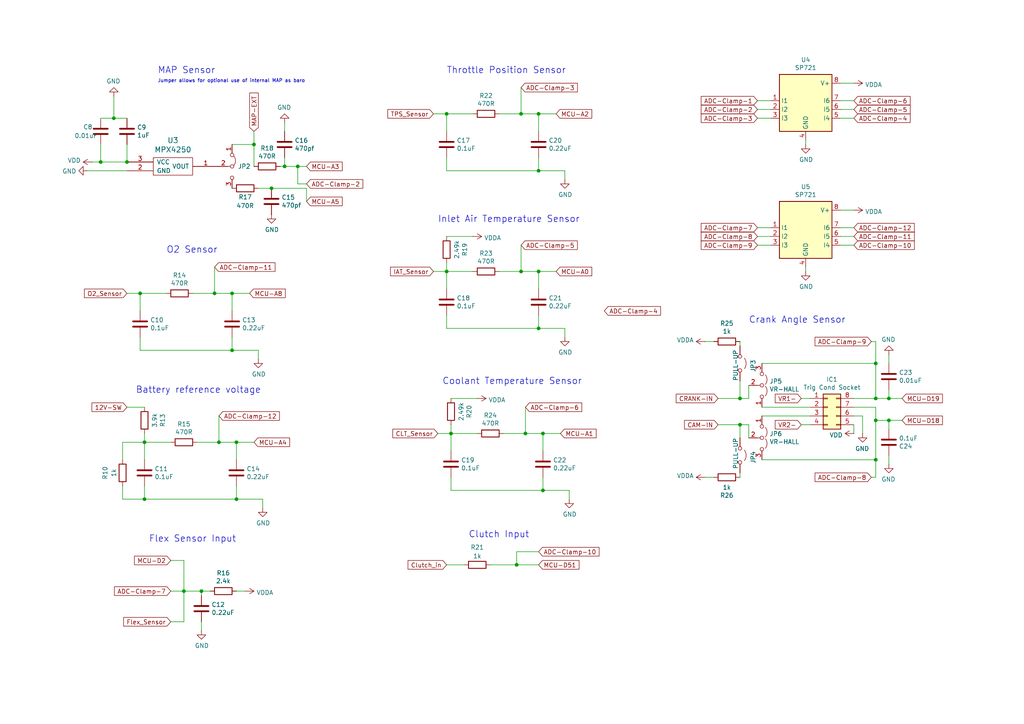
<source format=kicad_sch>
(kicad_sch (version 20231120) (generator "eeschema") (generator_version "8.0")
  (paper "A4")
  (lib_symbols
    (symbol "Connector_Generic:Conn_02x04_Counter_Clockwise" (pin_names (offset 1.016) hide)
      (property "Reference" "J" (at 1.27 5.08 0))
      (property "Value" "Conn_02x04_Counter_Clockwise" (at 1.27 -7.62 0))
      (symbol "Conn_02x04_Counter_Clockwise_1_1"
        (rectangle (start -1.27 -4.953) (end 0 -5.207) (stroke (width 0.1524)))
        (rectangle (start -1.27 -2.413) (end 0 -2.667) (stroke (width 0.1524)))
        (rectangle (start -1.27 0.127) (end 0 -0.127) (stroke (width 0.1524)))
        (rectangle (start -1.27 2.667) (end 0 2.413) (stroke (width 0.1524)))
        (rectangle (start -1.27 3.81) (end 3.81 -6.35) (stroke (width 0.254)) (fill (type background)))
        (rectangle (start 3.81 -4.953) (end 2.54 -5.207) (stroke (width 0.1524)))
        (rectangle (start 3.81 -2.413) (end 2.54 -2.667) (stroke (width 0.1524)))
        (rectangle (start 3.81 0.127) (end 2.54 -0.127) (stroke (width 0.1524)))
        (rectangle (start 3.81 2.667) (end 2.54 2.413) (stroke (width 0.1524)))
        (pin passive line (at -5.08 2.54 0) (length 3.81) (name "Pin_1") (number "1"))
        (pin passive line (at -5.08 0 0) (length 3.81) (name "Pin_2") (number "2"))
        (pin passive line (at -5.08 -2.54 0) (length 3.81) (name "Pin_3") (number "3"))
        (pin passive line (at -5.08 -5.08 0) (length 3.81) (name "Pin_4") (number "4"))
        (pin passive line (at 7.62 -5.08 180) (length 3.81) (name "Pin_5") (number "5"))
        (pin passive line (at 7.62 -2.54 180) (length 3.81) (name "Pin_6") (number "6"))
        (pin passive line (at 7.62 0 180) (length 3.81) (name "Pin_7") (number "7"))
        (pin passive line (at 7.62 2.54 180) (length 3.81) (name "Pin_8") (number "8"))
      )
    )
    (symbol "Device:C" (pin_numbers hide) (pin_names (offset 0.254))
      (property "Reference" "C" (at 0.635 2.54 0))
      (property "Value" "C" (at 0.635 -2.54 0))
      (symbol "C_0_1"
        (polyline (pts (xy -2.032 -0.762) (xy 2.032 -0.762)) (stroke (width 0.508)))
        (polyline (pts (xy -2.032 0.762) (xy 2.032 0.762)) (stroke (width 0.508)))
      )
      (symbol "C_1_1"
        (pin passive line (at 0 3.81 270) (length 2.794) (name "~") (number "1"))
        (pin passive line (at 0 -3.81 90) (length 2.794) (name "~") (number "2"))
      )
    )
    (symbol "Device:R" (pin_numbers hide) (pin_names (offset 0))
      (property "Reference" "R" (at 2.032 0 90))
      (property "Value" "R" (at 0 0 90))
      (symbol "R_0_1"
        (rectangle (start -1.016 -2.54) (end 1.016 2.54) (stroke (width 0.254)))
      )
      (symbol "R_1_1"
        (pin passive line (at 0 3.81 270) (length 1.27) (name "~") (number "1"))
        (pin passive line (at 0 -3.81 90) (length 1.27) (name "~") (number "2"))
      )
    )
    (symbol "IC_Automotive:SP721"
      (property "Reference" "U" (at 0 15.875 0))
      (property "Value" "IC_Automotive_SP721" (at 0 13.97 0))
      (symbol "SP721_0_1"
        (rectangle (start -7.62 -3.81) (end 7.62 12.7) (stroke (width 0.254)) (fill (type background)))
      )
      (symbol "SP721_1_1"
        (pin input line (at -10.16 5.08 0) (length 2.54) (name "I1") (number "1"))
        (pin input line (at -10.16 2.54 0) (length 2.54) (name "I2") (number "2"))
        (pin input line (at -10.16 0 0) (length 2.54) (name "I3") (number "3"))
        (pin power_in line (at 0 -6.35 90) (length 2.54) (name "GND") (number "4"))
        (pin input line (at 10.16 0 180) (length 2.54) (name "I4") (number "5"))
        (pin input line (at 10.16 2.54 180) (length 2.54) (name "I5") (number "6"))
        (pin input line (at 10.16 5.08 180) (length 2.54) (name "I6") (number "7"))
        (pin power_in line (at 10.16 10.16 180) (length 2.54) (name "V+") (number "8"))
      )
    )
    (symbol "Jumper:Jumper_2_Open" (pin_numbers hide) (pin_names (offset 0) hide) (exclude_from_sim yes)
      (property "Reference" "JP" (at 0 2.794 0))
      (property "Value" "Jumper_2_Open" (at 0 -2.286 0))
      (symbol "Jumper_2_Open_0_0"
        (circle (center -2.032 0) (radius 0.508))
        (circle (center 2.032 0) (radius 0.508))
      )
      (symbol "Jumper_2_Open_0_1"
        (arc (start 1.524 1.27) (mid 0 1.778) (end -1.524 1.27))
      )
      (symbol "Jumper_2_Open_1_1"
        (pin passive line (at -5.08 0 0) (length 2.54) (name "A") (number "1"))
        (pin passive line (at 5.08 0 180) (length 2.54) (name "B") (number "2"))
      )
    )
    (symbol "Jumper:Jumper_3_Bridged12" (pin_names (offset 0) hide) (exclude_from_sim yes) (in_bom no)
      (property "Reference" "JP" (at -2.54 -2.54 0))
      (property "Value" "Jumper_3_Bridged12" (at 0 2.794 0))
      (symbol "Jumper_3_Bridged12_0_0"
        (circle (center -3.302 0) (radius 0.508))
        (circle (center 0 0) (radius 0.508))
        (circle (center 3.302 0) (radius 0.508))
      )
      (symbol "Jumper_3_Bridged12_0_1"
        (arc (start -0.254 0.508) (mid -1.651 0.9912) (end -3.048 0.508))
        (polyline (pts (xy 0 -1.27) (xy 0 -0.508)))
      )
      (symbol "Jumper_3_Bridged12_1_1"
        (pin passive line (at -6.35 0 0) (length 2.54) (name "A") (number "1"))
        (pin passive line (at 0 -3.81 90) (length 2.54) (name "C") (number "2"))
        (pin passive line (at 6.35 0 180) (length 2.54) (name "B") (number "3"))
      )
    )
    (symbol "Jumper:Jumper_3_Open" (pin_names (offset 0) hide) (exclude_from_sim yes) (in_bom no)
      (property "Reference" "JP" (at -2.54 -2.54 0))
      (property "Value" "Jumper_3_Open" (at 0 2.794 0))
      (symbol "Jumper_3_Open_0_0"
        (circle (center -3.302 0) (radius 0.508))
        (circle (center 0 0) (radius 0.508))
        (circle (center 3.302 0) (radius 0.508))
      )
      (symbol "Jumper_3_Open_0_1"
        (arc (start -0.254 1.016) (mid -1.651 1.4992) (end -3.048 1.016))
        (polyline (pts (xy 0 -0.508) (xy 0 -1.27)))
        (arc (start 3.048 1.016) (mid 1.651 1.4992) (end 0.254 1.016))
      )
      (symbol "Jumper_3_Open_1_1"
        (pin passive line (at -6.35 0 0) (length 2.54) (name "A") (number "1"))
        (pin passive line (at 0 -3.81 90) (length 2.54) (name "C") (number "2"))
        (pin passive line (at 6.35 0 180) (length 2.54) (name "B") (number "3"))
      )
    )
    (symbol "power:GND" (power) (pin_numbers hide) (pin_names (offset 0) hide)
      (property "Value" "GND" (at 0 -3.81 0))
      (symbol "GND_0_1"
        (polyline (pts (xy 0 0) (xy 0 -1.27) (xy 1.27 -1.27) (xy 0 -2.54) (xy -1.27 -1.27) (xy 0 -1.27)))
      )
      (symbol "GND_1_1"
        (pin power_in line (at 0 0 270) (length 0) (name "~") (number "1"))
      )
    )
    (symbol "power:VDD" (power) (pin_numbers hide) (pin_names (offset 0) hide)
      (property "Value" "VDD" (at 0 3.556 0))
      (symbol "VDD_0_1"
        (polyline (pts (xy -0.762 1.27) (xy 0 2.54)))
        (polyline (pts (xy 0 0) (xy 0 2.54)))
        (polyline (pts (xy 0 2.54) (xy 0.762 1.27)))
      )
      (symbol "VDD_1_1"
        (pin power_in line (at 0 0 90) (length 0) (name "~") (number "1"))
      )
    )
    (symbol "power:VDDA" (power) (pin_numbers hide) (pin_names (offset 0) hide)
      (property "Value" "VDDA" (at 0 3.556 0))
      (symbol "VDDA_0_1"
        (polyline (pts (xy -0.762 1.27) (xy 0 2.54)))
        (polyline (pts (xy 0 0) (xy 0 2.54)))
        (polyline (pts (xy 0 2.54) (xy 0.762 1.27)))
      )
      (symbol "VDDA_1_1"
        (pin power_in line (at 0 0 90) (length 0) (name "~") (number "1"))
      )
    )
    (symbol "v0.4.3d-rescue:MPX4250-Misc-v0.4.4c-rescue" (pin_names (offset 1.016))
      (property "Reference" "U" (at 3.81 -3.81 0))
      (property "Value" "MPX4250-Misc-v0.4.4c-rescue" (at -1.27 3.81 0))
      (symbol "MPX4250-Misc-v0.4.4c-rescue_0_1"
        (rectangle (start -6.35 2.54) (end 5.08 -2.54))
      )
      (symbol "MPX4250-Misc-v0.4.4c-rescue_1_1"
        (pin output line (at 12.7 0 180) (length 7.62) (name "VOUT") (number "1"))
        (pin power_in line (at -13.97 -1.27 0) (length 7.62) (name "GND") (number "2"))
        (pin power_in line (at -13.97 1.27 0) (length 7.62) (name "VCC") (number "3"))
      )
    )
  )
  (junction (at 58.42 171.45))
  (junction (at 257.81 121.92))
  (junction (at 41.91 128.27))
  (junction (at 151.13 33.02))
  (junction (at 68.58 128.27))
  (junction (at 40.64 85.09))
  (junction (at 130.81 125.73))
  (junction (at 214.63 115.57))
  (junction (at 149.86 163.83))
  (junction (at 156.21 33.02))
  (junction (at 156.21 78.74))
  (junction (at 68.58 144.78))
  (junction (at 254 115.57))
  (junction (at 36.83 46.99))
  (junction (at 67.31 85.09))
  (junction (at 254 121.92))
  (junction (at 67.31 101.6))
  (junction (at 157.48 125.73))
  (junction (at 257.81 115.57))
  (junction (at 254 105.41))
  (junction (at 41.91 144.78))
  (junction (at 73.66 41.91))
  (junction (at 152.4 125.73))
  (junction (at 63.5 128.27))
  (junction (at 157.48 142.24))
  (junction (at 129.54 78.74))
  (junction (at 156.21 49.53))
  (junction (at 53.34 171.45))
  (junction (at 33.02 34.29))
  (junction (at 254 133.35))
  (junction (at 129.54 33.02))
  (junction (at 151.13 78.74))
  (junction (at 86.36 48.26))
  (junction (at 78.74 54.61))
  (junction (at 62.23 85.09))
  (junction (at 156.21 95.25))
  (junction (at 214.63 123.19))
  (junction (at 29.21 46.99))
  (junction (at 82.55 48.26))
  (wire (pts (xy 40.64 90.17) (xy 40.64 85.09)))
  (wire (pts (xy 247.65 71.12) (xy 243.84 71.12)))
  (wire (pts (xy 125.73 78.74) (xy 129.54 78.74)))
  (wire (pts (xy 129.54 163.83) (xy 134.62 163.83)))
  (wire (pts (xy 261.62 121.92) (xy 257.81 121.92)))
  (wire (pts (xy 29.21 46.99) (xy 29.21 41.91)))
  (wire (pts (xy 144.78 78.74) (xy 151.13 78.74)))
  (wire (pts (xy 219.71 29.21) (xy 223.52 29.21)))
  (wire (pts (xy 36.83 85.09) (xy 40.64 85.09)))
  (wire (pts (xy 208.28 115.57) (xy 214.63 115.57)))
  (wire (pts (xy 219.71 34.29) (xy 223.52 34.29)))
  (wire (pts (xy 130.81 125.73) (xy 138.43 125.73)))
  (wire (pts (xy 220.98 120.65) (xy 234.95 120.65)))
  (wire (pts (xy 247.65 60.96) (xy 243.84 60.96)))
  (wire (pts (xy 68.58 140.97) (xy 68.58 144.78)))
  (wire (pts (xy 156.21 95.25) (xy 163.83 95.25)))
  (wire (pts (xy 247.65 66.04) (xy 243.84 66.04)))
  (wire (pts (xy 49.53 162.56) (xy 53.34 162.56)))
  (wire (pts (xy 74.93 54.61) (xy 78.74 54.61)))
  (wire (pts (xy 62.23 77.47) (xy 62.23 85.09)))
  (wire (pts (xy 257.81 121.92) (xy 257.81 124.46)))
  (wire (pts (xy 220.98 133.35) (xy 254 133.35)))
  (wire (pts (xy 214.63 99.06) (xy 214.63 100.33)))
  (wire (pts (xy 55.88 85.09) (xy 62.23 85.09)))
  (wire (pts (xy 125.73 33.02) (xy 129.54 33.02)))
  (wire (pts (xy 67.31 85.09) (xy 67.31 90.17)))
  (wire (pts (xy 129.54 95.25) (xy 156.21 95.25)))
  (wire (pts (xy 254 105.41) (xy 254 115.57)))
  (wire (pts (xy 257.81 102.87) (xy 257.81 105.41)))
  (wire (pts (xy 36.83 46.99) (xy 36.83 41.91)))
  (wire (pts (xy 137.16 68.58) (xy 129.54 68.58)))
  (wire (pts (xy 247.65 31.75) (xy 243.84 31.75)))
  (wire (pts (xy 130.81 142.24) (xy 157.48 142.24)))
  (wire (pts (xy 208.28 123.19) (xy 214.63 123.19)))
  (wire (pts (xy 247.65 115.57) (xy 254 115.57)))
  (wire (pts (xy 33.02 34.29) (xy 33.02 27.94)))
  (wire (pts (xy 223.52 31.75) (xy 219.71 31.75)))
  (wire (pts (xy 73.66 128.27) (xy 68.58 128.27)))
  (wire (pts (xy 82.55 48.26) (xy 86.36 48.26)))
  (wire (pts (xy 156.21 33.02) (xy 156.21 38.1)))
  (wire (pts (xy 252.73 99.06) (xy 254 99.06)))
  (wire (pts (xy 149.86 160.02) (xy 149.86 163.83)))
  (wire (pts (xy 67.31 101.6) (xy 74.93 101.6)))
  (wire (pts (xy 254 121.92) (xy 257.81 121.92)))
  (wire (pts (xy 76.2 144.78) (xy 76.2 147.32)))
  (wire (pts (xy 243.84 34.29) (xy 247.65 34.29)))
  (wire (pts (xy 214.63 115.57) (xy 217.17 115.57)))
  (wire (pts (xy 151.13 78.74) (xy 156.21 78.74)))
  (wire (pts (xy 157.48 125.73) (xy 157.48 130.81)))
  (wire (pts (xy 129.54 78.74) (xy 137.16 78.74)))
  (wire (pts (xy 157.48 138.43) (xy 157.48 142.24)))
  (wire (pts (xy 88.9 54.61) (xy 78.74 54.61)))
  (wire (pts (xy 129.54 45.72) (xy 129.54 49.53)))
  (wire (pts (xy 214.63 127) (xy 214.63 123.19)))
  (wire (pts (xy 127 125.73) (xy 130.81 125.73)))
  (wire (pts (xy 250.19 120.65) (xy 250.19 125.73)))
  (wire (pts (xy 247.65 24.13) (xy 243.84 24.13)))
  (wire (pts (xy 40.64 85.09) (xy 48.26 85.09)))
  (wire (pts (xy 49.53 180.34) (xy 53.34 180.34)))
  (wire (pts (xy 257.81 115.57) (xy 257.81 113.03)))
  (wire (pts (xy 67.31 41.91) (xy 73.66 41.91)))
  (wire (pts (xy 68.58 171.45) (xy 71.12 171.45)))
  (wire (pts (xy 220.98 118.11) (xy 234.95 118.11)))
  (wire (pts (xy 33.02 34.29) (xy 36.83 34.29)))
  (wire (pts (xy 53.34 162.56) (xy 53.34 171.45)))
  (wire (pts (xy 68.58 144.78) (xy 76.2 144.78)))
  (wire (pts (xy 220.98 105.41) (xy 254 105.41)))
  (wire (pts (xy 261.62 115.57) (xy 257.81 115.57)))
  (wire (pts (xy 156.21 45.72) (xy 156.21 49.53)))
  (wire (pts (xy 204.47 138.43) (xy 207.01 138.43)))
  (wire (pts (xy 29.21 34.29) (xy 33.02 34.29)))
  (wire (pts (xy 233.68 77.47) (xy 233.68 78.74)))
  (wire (pts (xy 214.63 137.16) (xy 214.63 138.43)))
  (wire (pts (xy 41.91 128.27) (xy 49.53 128.27)))
  (wire (pts (xy 35.56 144.78) (xy 41.91 144.78)))
  (wire (pts (xy 130.81 130.81) (xy 130.81 125.73)))
  (wire (pts (xy 217.17 115.57) (xy 217.17 111.76)))
  (wire (pts (xy 247.65 123.19) (xy 247.65 125.73)))
  (wire (pts (xy 252.73 138.43) (xy 254 138.43)))
  (wire (pts (xy 149.86 163.83) (xy 156.21 163.83)))
  (wire (pts (xy 152.4 118.11) (xy 152.4 125.73)))
  (wire (pts (xy 41.91 133.35) (xy 41.91 128.27)))
  (wire (pts (xy 63.5 128.27) (xy 68.58 128.27)))
  (wire (pts (xy 243.84 68.58) (xy 247.65 68.58)))
  (wire (pts (xy 142.24 163.83) (xy 149.86 163.83)))
  (wire (pts (xy 156.21 49.53) (xy 163.83 49.53)))
  (wire (pts (xy 57.15 128.27) (xy 63.5 128.27)))
  (wire (pts (xy 35.56 128.27) (xy 41.91 128.27)))
  (wire (pts (xy 88.9 53.34) (xy 86.36 53.34)))
  (wire (pts (xy 254 99.06) (xy 254 105.41)))
  (wire (pts (xy 82.55 48.26) (xy 82.55 45.72)))
  (wire (pts (xy 138.43 115.57) (xy 130.81 115.57)))
  (wire (pts (xy 67.31 97.79) (xy 67.31 101.6)))
  (wire (pts (xy 35.56 140.97) (xy 35.56 144.78)))
  (wire (pts (xy 129.54 33.02) (xy 137.16 33.02)))
  (wire (pts (xy 129.54 49.53) (xy 156.21 49.53)))
  (wire (pts (xy 254 138.43) (xy 254 133.35)))
  (wire (pts (xy 81.28 48.26) (xy 82.55 48.26)))
  (wire (pts (xy 62.23 85.09) (xy 67.31 85.09)))
  (wire (pts (xy 41.91 125.73) (xy 41.91 128.27)))
  (wire (pts (xy 163.83 95.25) (xy 163.83 97.79)))
  (wire (pts (xy 161.29 78.74) (xy 156.21 78.74)))
  (wire (pts (xy 232.41 115.57) (xy 234.95 115.57)))
  (wire (pts (xy 25.4 49.53) (xy 36.83 49.53)))
  (wire (pts (xy 156.21 78.74) (xy 156.21 83.82)))
  (wire (pts (xy 247.65 120.65) (xy 250.19 120.65)))
  (wire (pts (xy 129.54 83.82) (xy 129.54 78.74)))
  (wire (pts (xy 162.56 125.73) (xy 157.48 125.73)))
  (wire (pts (xy 29.21 46.99) (xy 36.83 46.99)))
  (wire (pts (xy 68.58 128.27) (xy 68.58 133.35)))
  (wire (pts (xy 146.05 125.73) (xy 152.4 125.73)))
  (wire (pts (xy 40.64 97.79) (xy 40.64 101.6)))
  (wire (pts (xy 157.48 142.24) (xy 165.1 142.24)))
  (wire (pts (xy 41.91 144.78) (xy 68.58 144.78)))
  (wire (pts (xy 217.17 123.19) (xy 217.17 127)))
  (wire (pts (xy 232.41 123.19) (xy 234.95 123.19)))
  (wire (pts (xy 58.42 171.45) (xy 53.34 171.45)))
  (wire (pts (xy 161.29 33.02) (xy 156.21 33.02)))
  (wire (pts (xy 74.93 101.6) (xy 74.93 104.14)))
  (wire (pts (xy 144.78 33.02) (xy 151.13 33.02)))
  (wire (pts (xy 40.64 101.6) (xy 67.31 101.6)))
  (wire (pts (xy 86.36 48.26) (xy 88.9 48.26)))
  (wire (pts (xy 73.66 38.1) (xy 73.66 41.91)))
  (wire (pts (xy 233.68 41.91) (xy 233.68 40.64)))
  (wire (pts (xy 219.71 66.04) (xy 223.52 66.04)))
  (wire (pts (xy 129.54 38.1) (xy 129.54 33.02)))
  (wire (pts (xy 58.42 172.72) (xy 58.42 171.45)))
  (wire (pts (xy 152.4 125.73) (xy 157.48 125.73)))
  (wire (pts (xy 129.54 91.44) (xy 129.54 95.25)))
  (wire (pts (xy 86.36 53.34) (xy 86.36 48.26)))
  (wire (pts (xy 151.13 71.12) (xy 151.13 78.74)))
  (wire (pts (xy 214.63 110.49) (xy 214.63 115.57)))
  (wire (pts (xy 219.71 71.12) (xy 223.52 71.12)))
  (wire (pts (xy 204.47 99.06) (xy 207.01 99.06)))
  (wire (pts (xy 58.42 182.88) (xy 58.42 180.34)))
  (wire (pts (xy 156.21 91.44) (xy 156.21 95.25)))
  (wire (pts (xy 254 121.92) (xy 254 118.11)))
  (wire (pts (xy 36.83 118.11) (xy 41.91 118.11)))
  (wire (pts (xy 257.81 134.62) (xy 257.81 132.08)))
  (wire (pts (xy 129.54 76.2) (xy 129.54 78.74)))
  (wire (pts (xy 151.13 25.4) (xy 151.13 33.02)))
  (wire (pts (xy 254 115.57) (xy 257.81 115.57)))
  (wire (pts (xy 82.55 38.1) (xy 82.55 35.56)))
  (wire (pts (xy 26.67 46.99) (xy 29.21 46.99)))
  (wire (pts (xy 254 133.35) (xy 254 121.92)))
  (wire (pts (xy 72.39 85.09) (xy 67.31 85.09)))
  (wire (pts (xy 156.21 160.02) (xy 149.86 160.02)))
  (wire (pts (xy 35.56 133.35) (xy 35.56 128.27)))
  (wire (pts (xy 53.34 171.45) (xy 49.53 171.45)))
  (wire (pts (xy 214.63 123.19) (xy 217.17 123.19)))
  (wire (pts (xy 63.5 120.65) (xy 63.5 128.27)))
  (wire (pts (xy 88.9 58.42) (xy 88.9 54.61)))
  (wire (pts (xy 254 118.11) (xy 247.65 118.11)))
  (wire (pts (xy 130.81 138.43) (xy 130.81 142.24)))
  (wire (pts (xy 151.13 33.02) (xy 156.21 33.02)))
  (wire (pts (xy 165.1 142.24) (xy 165.1 144.78)))
  (wire (pts (xy 41.91 140.97) (xy 41.91 144.78)))
  (wire (pts (xy 60.96 171.45) (xy 58.42 171.45)))
  (wire (pts (xy 53.34 180.34) (xy 53.34 171.45)))
  (wire (pts (xy 163.83 49.53) (xy 163.83 52.07)))
  (wire (pts (xy 73.66 41.91) (xy 73.66 48.26)))
  (wire (pts (xy 243.84 29.21) (xy 247.65 29.21)))
  (wire (pts (xy 223.52 68.58) (xy 219.71 68.58)))
  (wire (pts (xy 130.81 123.19) (xy 130.81 125.73)))
  (text "Battery reference voltage" (at 39.37 114.3 0) (effects (font (size 1.8796 1.8796)) (justify left bottom)))
  (text "Clutch Input" (at 135.89 156.21 0) (effects (font (size 1.8796 1.8796)) (justify left bottom)))
  (text "Throttle Position Sensor" (at 129.54 21.59 0) (effects (font (size 1.8796 1.8796)) (justify left bottom)))
  (text "O2 Sensor" (at 48.26 73.66 0) (effects (font (size 1.8796 1.8796)) (justify left bottom)))
  (text "Crank Angle Sensor" (at 217.17 93.98 0) (effects (font (size 1.8796 1.8796)) (justify left bottom)))
  (text "Inlet Air Temperature Sensor" (at 127 64.77 0) (effects (font (size 1.8796 1.8796)) (justify left bottom)))
  (text "MAP Sensor" (at 45.72 21.59 0) (effects (font (size 1.8796 1.8796)) (justify left bottom)))
  (text "Flex Sensor Input" (at 43.18 157.48 0) (effects (font (size 1.8796 1.8796)) (justify left bottom)))
  (text "Jumper allows for optional use of internal MAP as baro" (at 45.72 24.13 0) (effects (font (size 0.9906 0.9906)) (justify left bottom)))
  (text "Coolant Temperature Sensor" (at 128.27 111.76 0) (effects (font (size 1.8796 1.8796)) (justify left bottom)))
  (global_label "ADC-Clamp-9" (shape input) (at 252.73 99.06 180) (property "Intersheetrefs" "${INTERSHEET_REFS}" (effects (hide yes))))
  (global_label "ADC-Clamp-11" (shape input) (at 62.23 77.47 0) (property "Intersheetrefs" "${INTERSHEET_REFS}" (effects (hide yes))))
  (global_label "CLT_Sensor" (shape input) (at 127 125.73 180) (property "Intersheetrefs" "${INTERSHEET_REFS}" (effects (hide yes))))
  (global_label "ADC-Clamp-5" (shape input) (at 151.13 71.12 0) (property "Intersheetrefs" "${INTERSHEET_REFS}" (effects (hide yes))))
  (global_label "IAT_Sensor" (shape input) (at 125.73 78.74 180) (property "Intersheetrefs" "${INTERSHEET_REFS}" (effects (hide yes))))
  (global_label "ADC-Clamp-8" (shape input) (at 219.71 68.58 180) (property "Intersheetrefs" "${INTERSHEET_REFS}" (effects (hide yes))))
  (global_label "MCU-D2" (shape input) (at 49.53 162.56 180) (property "Intersheetrefs" "${INTERSHEET_REFS}" (effects (hide yes))))
  (global_label "ADC-Clamp-12" (shape input) (at 247.65 66.04 0) (property "Intersheetrefs" "${INTERSHEET_REFS}" (effects (hide yes))))
  (global_label "ADC-Clamp-11" (shape input) (at 247.65 68.58 0) (property "Intersheetrefs" "${INTERSHEET_REFS}" (effects (hide yes))))
  (global_label "ADC-Clamp-7" (shape input) (at 219.71 66.04 180) (property "Intersheetrefs" "${INTERSHEET_REFS}" (effects (hide yes))))
  (global_label "ADC-Clamp-6" (shape input) (at 247.65 29.21 0) (property "Intersheetrefs" "${INTERSHEET_REFS}" (effects (hide yes))))
  (global_label "ADC-Clamp-2" (shape input) (at 88.9 53.34 0) (property "Intersheetrefs" "${INTERSHEET_REFS}" (effects (hide yes))))
  (global_label "ADC-Clamp-6" (shape input) (at 152.4 118.11 0) (property "Intersheetrefs" "${INTERSHEET_REFS}" (effects (hide yes))))
  (global_label "Flex_Sensor" (shape input) (at 49.53 180.34 180) (property "Intersheetrefs" "${INTERSHEET_REFS}" (effects (hide yes))))
  (global_label "MCU-D19" (shape input) (at 261.62 115.57 0) (property "Intersheetrefs" "${INTERSHEET_REFS}" (effects (hide yes))))
  (global_label "MCU-D51" (shape input) (at 156.21 163.83 0) (property "Intersheetrefs" "${INTERSHEET_REFS}" (effects (hide yes))))
  (global_label "ADC-Clamp-12" (shape input) (at 63.5 120.65 0) (property "Intersheetrefs" "${INTERSHEET_REFS}" (effects (hide yes))))
  (global_label "CAM-IN" (shape input) (at 208.28 123.19 180) (property "Intersheetrefs" "${INTERSHEET_REFS}" (effects (hide yes))))
  (global_label "12V-SW" (shape input) (at 36.83 118.11 180) (property "Intersheetrefs" "${INTERSHEET_REFS}" (effects (hide yes))))
  (global_label "ADC-Clamp-8" (shape input) (at 252.73 138.43 180) (property "Intersheetrefs" "${INTERSHEET_REFS}" (effects (hide yes))))
  (global_label "ADC-Clamp-10" (shape input) (at 156.21 160.02 0) (property "Intersheetrefs" "${INTERSHEET_REFS}" (effects (hide yes))))
  (global_label "Clutch_in" (shape input) (at 129.54 163.83 180) (property "Intersheetrefs" "${INTERSHEET_REFS}" (effects (hide yes))))
  (global_label "ADC-Clamp-4" (shape input) (at 247.65 34.29 0) (property "Intersheetrefs" "${INTERSHEET_REFS}" (effects (hide yes))))
  (global_label "ADC-Clamp-3" (shape input) (at 219.71 34.29 180) (property "Intersheetrefs" "${INTERSHEET_REFS}" (effects (hide yes))))
  (global_label "ADC-Clamp-3" (shape input) (at 151.13 25.4 0) (property "Intersheetrefs" "${INTERSHEET_REFS}" (effects (hide yes))))
  (global_label "MAP-EXT" (shape input) (at 73.66 38.1 90) (property "Intersheetrefs" "${INTERSHEET_REFS}" (effects (hide yes))))
  (global_label "CRANK-IN" (shape input) (at 208.28 115.57 180) (property "Intersheetrefs" "${INTERSHEET_REFS}" (effects (hide yes))))
  (global_label "ADC-Clamp-4" (shape input) (at 175.26 90.17 0) (property "Intersheetrefs" "${INTERSHEET_REFS}" (effects (hide yes))))
  (global_label "MCU-A4" (shape input) (at 73.66 128.27 0) (property "Intersheetrefs" "${INTERSHEET_REFS}" (effects (hide yes))))
  (global_label "ADC-Clamp-10" (shape input) (at 247.65 71.12 0) (property "Intersheetrefs" "${INTERSHEET_REFS}" (effects (hide yes))))
  (global_label "MCU-A5" (shape input) (at 88.9 58.42 0) (property "Intersheetrefs" "${INTERSHEET_REFS}" (effects (hide yes))))
  (global_label "MCU-A3" (shape input) (at 88.9 48.26 0) (property "Intersheetrefs" "${INTERSHEET_REFS}" (effects (hide yes))))
  (global_label "ADC-Clamp-2" (shape input) (at 219.71 31.75 180) (property "Intersheetrefs" "${INTERSHEET_REFS}" (effects (hide yes))))
  (global_label "MCU-A1" (shape input) (at 162.56 125.73 0) (property "Intersheetrefs" "${INTERSHEET_REFS}" (effects (hide yes))))
  (global_label "MCU-A0" (shape input) (at 161.29 78.74 0) (property "Intersheetrefs" "${INTERSHEET_REFS}" (effects (hide yes))))
  (global_label "VR2-" (shape input) (at 232.41 123.19 180) (property "Intersheetrefs" "${INTERSHEET_REFS}" (effects (hide yes))))
  (global_label "TPS_Sensor" (shape input) (at 125.73 33.02 180) (property "Intersheetrefs" "${INTERSHEET_REFS}" (effects (hide yes))))
  (global_label "MCU-D18" (shape input) (at 261.62 121.92 0) (property "Intersheetrefs" "${INTERSHEET_REFS}" (effects (hide yes))))
  (global_label "MCU-A8" (shape input) (at 72.39 85.09 0) (property "Intersheetrefs" "${INTERSHEET_REFS}" (effects (hide yes))))
  (global_label "VR1-" (shape input) (at 232.41 115.57 180) (property "Intersheetrefs" "${INTERSHEET_REFS}" (effects (hide yes))))
  (global_label "O2_Sensor" (shape input) (at 36.83 85.09 180) (property "Intersheetrefs" "${INTERSHEET_REFS}" (effects (hide yes))))
  (global_label "ADC-Clamp-5" (shape input) (at 247.65 31.75 0) (property "Intersheetrefs" "${INTERSHEET_REFS}" (effects (hide yes))))
  (global_label "ADC-Clamp-7" (shape input) (at 49.53 171.45 180) (property "Intersheetrefs" "${INTERSHEET_REFS}" (effects (hide yes))))
  (global_label "ADC-Clamp-1" (shape input) (at 219.71 29.21 180) (property "Intersheetrefs" "${INTERSHEET_REFS}" (effects (hide yes))))
  (global_label "ADC-Clamp-9" (shape input) (at 219.71 71.12 180) (property "Intersheetrefs" "${INTERSHEET_REFS}" (effects (hide yes))))
  (global_label "MCU-A2" (shape input) (at 161.29 33.02 0) (property "Intersheetrefs" "${INTERSHEET_REFS}" (effects (hide yes))))
  (symbol (lib_id "Device:R") (at 138.43 163.83 90) (unit 1)
    (property "Reference" "R21" (at 138.43 158.75 90))
    (property "Value" "1k" (at 138.43 161.29 90))
    (property "Footprint" "Resistor_THT:R_Axial_DIN0204_L3.6mm_D1.6mm_P5.08mm_Horizontal" (effects (hide yes)))
    (property "Digikey Part Number" "BC1.00KXCT-ND" (effects (hide yes)))
    (property "Manufacturer_Name" "Vishay" (effects (hide yes)))
    (property "Manufacturer_Part_Number" "MBA02040C1001FRP00" (effects (hide yes)))
  )
  (symbol (lib_id "Device:C") (at 67.31 93.98 0) (unit 1)
    (property "Reference" "C13" (at 70.231 92.8116 0) (effects (justify left)))
    (property "Value" "0.22uF" (at 70.231 95.123 0) (effects (justify left)))
    (property "Footprint" "Capacitor_THT:C_Disc_D5.0mm_W2.5mm_P2.50mm" (effects (hide yes)))
    (property "Digikey Part Number" "445-180564-1-ND" (effects (hide yes)))
    (property "Manufacturer_Name" "TDK" (effects (hide yes)))
    (property "Manufacturer_Part_Number" "FA18X8R1E224KRU06" (effects (hide yes)))
    (property "URL" "https://www.digikey.com.au/product-detail/en/tdk-corporation/FA18X8R1E224KRU06/445-180564-1-ND/9560690" (effects (hide yes)))
  )
  (symbol (lib_id "Device:C") (at 130.81 134.62 0) (unit 1)
    (property "Reference" "C19" (at 133.731 133.4516 0) (effects (justify left)))
    (property "Value" "0.1uF" (at 133.731 135.763 0) (effects (justify left)))
    (property "Footprint" "Capacitor_THT:C_Disc_D5.0mm_W2.5mm_P2.50mm" (effects (hide yes)))
    (property "Digikey Part Number" "445-180563-1-ND" (effects (hide yes)))
    (property "Manufacturer_Name" "TDK" (effects (hide yes)))
    (property "Manufacturer_Part_Number" "FA18X8R1E104KNU06" (effects (hide yes)))
    (property "URL" "https://www.digikey.com.au/product-detail/en/tdk-corporation/FA18X8R1E104KNU06/445-180563-1-ND/9560689" (effects (hide yes)))
  )
  (symbol (lib_id "v0.4.3d-rescue:MPX4250-Misc-v0.4.4c-rescue") (at 50.8 48.26 0) (unit 1)
    (property "Reference" "U3" (at 50.165 40.7162 0) (effects (font (size 1.524 1.524))))
    (property "Value" "MPX4250" (at 50.165 43.4086 0) (effects (font (size 1.524 1.524))))
    (property "Footprint" "Misc:MPX4250" (effects (hide yes)))
    (property "Digikey Part Number" "MPX4250AP-ND" (effects (hide yes)))
    (property "Manufacturer_Name" "NXP" (effects (hide yes)))
    (property "Manufacturer_Part_Number" "MPX4250AP" (effects (hide yes)))
    (property "URL" "https://www.digikey.com.au/product-detail/en/nxp-usa-inc/MPX4250AP/MPX4250AP-ND/464053" (effects (hide yes)))
  )
  (symbol (lib_id "Device:R") (at 71.12 54.61 270) (unit 1)
    (property "Reference" "R17" (at 71.12 57.15 90))
    (property "Value" "470R" (at 71.12 59.69 90))
    (property "Footprint" "Resistor_THT:R_Axial_DIN0204_L3.6mm_D1.6mm_P5.08mm_Horizontal" (effects (hide yes)))
    (property "Manufacturer_Name" "Vishay" (effects (hide yes)))
    (property "Manufacturer_Part_Number" "MBA02040C4700FRP00" (effects (hide yes)))
    (property "URL" "https://www.digikey.com.au/product-detail/en/vishay-beyschlag-draloric-bc-components/MBA02040C4700FRP00/BC3516CT-ND/7350946" (effects (hide yes)))
    (property "Digikey Part Number" "BC3516CT-ND" (effects (hide yes)))
  )
  (symbol (lib_id "power:GND") (at 250.19 125.73 0) (mirror y) (unit 1)
    (property "Reference" "#PWR040" (effects (hide yes)))
    (property "Value" "GND" (at 250.063 130.1242 0))
  )
  (symbol (lib_id "Device:R") (at 41.91 121.92 180) (unit 1)
    (property "Reference" "R13" (at 47.1678 121.92 90))
    (property "Value" "3.9k" (at 44.8564 121.92 90))
    (property "Footprint" "Resistor_THT:R_Axial_DIN0204_L3.6mm_D1.6mm_P5.08mm_Horizontal" (effects (hide yes)))
    (property "Digikey Part Number" "BC3272CT-ND" (effects (hide yes)))
    (property "Manufacturer_Name" "Vishay" (effects (hide yes)))
    (property "Manufacturer_Part_Number" "MBA02040C3901FCT00" (effects (hide yes)))
    (property "URL" "https://www.digikey.com.au/product-detail/en/vishay-beyschlag-draloric-bc-components/MBA02040C3901FCT00/BC3272CT-ND/6138775" (effects (hide yes)))
  )
  (symbol (lib_id "Device:R") (at 140.97 33.02 270) (unit 1)
    (property "Reference" "R22" (at 140.97 27.7622 90))
    (property "Value" "470R" (at 140.97 30.0736 90))
    (property "Footprint" "Resistor_THT:R_Axial_DIN0204_L3.6mm_D1.6mm_P5.08mm_Horizontal" (effects (hide yes)))
    (property "Manufacturer_Name" "Vishay" (effects (hide yes)))
    (property "Manufacturer_Part_Number" "MBA02040C4700FRP00" (effects (hide yes)))
    (property "URL" "https://www.digikey.com.au/product-detail/en/vishay-beyschlag-draloric-bc-components/MBA02040C4700FRP00/BC3516CT-ND/7350946" (effects (hide yes)))
    (property "Digikey Part Number" "BC3516CT-ND" (effects (hide yes)))
  )
  (symbol (lib_id "power:VDD") (at 26.67 46.99 90) (unit 1)
    (property "Reference" "#PWR020" (effects (hide yes)))
    (property "Value" "VDD" (at 23.4442 46.5328 90) (effects (justify left)))
  )
  (symbol (lib_id "IC_Automotive:SP721") (at 233.68 71.12 0) (unit 1)
    (property "Reference" "U5" (at 233.68 54.1782 0))
    (property "Value" "SP721" (at 233.68 56.4896 0))
    (property "Footprint" "Package_DIP:DIP-8_W7.62mm" (effects (hide yes)))
    (property "Datasheet" "https://www.littelfuse.com/~/media/electronics/datasheets/tvs_diode_arrays/littelfuse_tvs_diode_array_sp721_datasheet.pdf.pdf" (effects (hide yes)))
    (property "Digikey Part Number" "F2720-ND" (effects (hide yes)))
    (property "Manufacturer_Name" "Littelfuse" (effects (hide yes)))
    (property "Manufacturer_Part_Number" "SP721APP" (effects (hide yes)))
    (property "URL" "https://www.digikey.com.au/product-detail/en/littelfuse-inc/SP721APP/F2720-ND/1154313" (effects (hide yes)))
  )
  (symbol (lib_id "power:GND") (at 74.93 104.14 0) (unit 1)
    (property "Reference" "#PWR024" (effects (hide yes)))
    (property "Value" "GND" (at 75.057 108.5342 0))
  )
  (symbol (lib_id "power:VDDA") (at 247.65 24.13 270) (unit 1)
    (property "Reference" "#PWR037" (effects (hide yes)))
    (property "Value" "VDDA" (at 250.9012 24.5618 90) (effects (justify left)))
  )
  (symbol (lib_id "Jumper:Jumper_3_Open") (at 220.98 127 270) (unit 1)
    (property "Reference" "JP6" (at 223.1898 125.8316 90) (effects (justify left)))
    (property "Value" "VR-HALL" (at 223.1898 128.143 90) (effects (justify left)))
    (property "Footprint" "Connector_PinHeader_2.54mm:PinHeader_1x03_P2.54mm_Vertical" (effects (hide yes)))
    (property "Digikey Part Number" "952-2263-ND " (effects (hide yes)))
    (property "Manufacturer_Name" "Harwin Inc" (effects (hide yes)))
    (property "Manufacturer_Part_Number" "M20-9990345" (effects (hide yes)))
    (property "URL" "https://www.digikey.com.au/products/en?keywords=M20-9990345" (effects (hide yes)))
  )
  (symbol (lib_id "Device:C") (at 40.64 93.98 0) (unit 1)
    (property "Reference" "C10" (at 43.561 92.8116 0) (effects (justify left)))
    (property "Value" "0.1uF" (at 43.561 95.123 0) (effects (justify left)))
    (property "Footprint" "Capacitor_THT:C_Disc_D5.0mm_W2.5mm_P2.50mm" (effects (hide yes)))
    (property "Digikey Part Number" "445-180563-1-ND" (effects (hide yes)))
    (property "Manufacturer_Name" "TDK" (effects (hide yes)))
    (property "Manufacturer_Part_Number" "FA18X8R1E104KNU06" (effects (hide yes)))
    (property "URL" "https://www.digikey.com.au/product-detail/en/tdk-corporation/FA18X8R1E104KNU06/445-180563-1-ND/9560689" (effects (hide yes)))
  )
  (symbol (lib_id "Device:R") (at 130.81 119.38 180) (unit 1)
    (property "Reference" "R20" (at 136.0678 119.38 90))
    (property "Value" "2.49k" (at 133.7564 119.38 90))
    (property "Footprint" "Resistor_THT:R_Axial_DIN0204_L3.6mm_D1.6mm_P5.08mm_Horizontal" (effects (hide yes)))
    (property "Digikey Part Number" "BC2.49KXCT-ND" (effects (hide yes)))
    (property "Manufacturer_Name" "Vishay" (effects (hide yes)))
    (property "Manufacturer_Part_Number" "MBA02040C2491FRP00" (effects (hide yes)))
    (property "URL" "https://www.digikey.com.au/product-detail/en/vishay-beyschlag-draloric-bc-components/MBA02040C2491FRP00/BC2-49KXCT-ND/336807" (effects (hide yes)))
  )
  (symbol (lib_id "power:VDDA") (at 247.65 60.96 270) (unit 1)
    (property "Reference" "#PWR038" (effects (hide yes)))
    (property "Value" "VDDA" (at 250.9012 61.3918 90) (effects (justify left)))
  )
  (symbol (lib_id "Jumper:Jumper_2_Open") (at 214.63 132.08 270) (unit 1)
    (property "Reference" "JP4" (at 218.44 130.81 0) (effects (justify left)))
    (property "Value" "PULL-UP" (at 213.36 127 0) (effects (justify left)))
    (property "Footprint" "Connector_PinHeader_2.54mm:PinHeader_1x02_P2.54mm_Vertical" (effects (hide yes)))
    (property "Digikey Part Number" "952-2261-ND " (effects (hide yes)))
    (property "Manufacturer_Name" "Harwin Inc" (effects (hide yes)))
    (property "Manufacturer_Part_Number" "M20-9990245 " (effects (hide yes)))
    (property "URL" "https://www.digikey.com.au/products/en?keywords=M20-9990245" (effects (hide yes)))
  )
  (symbol (lib_id "Device:R") (at 64.77 171.45 270) (unit 1)
    (property "Reference" "R16" (at 64.77 166.1922 90))
    (property "Value" "2.4k" (at 64.77 168.5036 90))
    (property "Footprint" "Resistor_THT:R_Axial_DIN0204_L3.6mm_D1.6mm_P5.08mm_Horizontal" (effects (hide yes)))
    (property "Digikey Part Number" "BC3483CT-ND" (effects (hide yes)))
    (property "Manufacturer_Name" "Vishay" (effects (hide yes)))
    (property "Manufacturer_Part_Number" "MBA02040C2401FC100" (effects (hide yes)))
    (property "URL" "https://www.digikey.com.au/product-detail/en/vishay-beyschlag-draloric-bc-components/MBA02040C2401FC100/BC3483CT-ND/7350913" (effects (hide yes)))
  )
  (symbol (lib_id "power:VDDA") (at 138.43 115.57 270) (unit 1)
    (property "Reference" "#PWR029" (effects (hide yes)))
    (property "Value" "VDDA" (at 141.6812 116.0018 90) (effects (justify left)))
  )
  (symbol (lib_id "Device:C") (at 36.83 38.1 0) (unit 1)
    (property "Reference" "C9" (at 39.751 36.9316 0) (effects (justify left)))
    (property "Value" "1uF" (at 39.751 39.243 0) (effects (justify left)))
    (property "Footprint" "Capacitor_THT:C_Disc_D5.0mm_W2.5mm_P2.50mm" (effects (hide yes)))
    (property "Digikey Part Number" "445-180543-1-ND" (effects (hide yes)))
    (property "Manufacturer_Name" "TDK" (effects (hide yes)))
    (property "Manufacturer_Part_Number" "FA18X7R1E105KRU06" (effects (hide yes)))
    (property "URL" "https://www.digikey.com.au/product-detail/en/tdk-corporation/FA18X7R1E105KRU06/445-180543-1-ND/9560669" (effects (hide yes)))
  )
  (symbol (lib_id "power:GND") (at 25.4 49.53 270) (unit 1)
    (property "Reference" "#PWR019" (effects (hide yes)))
    (property "Value" "GND" (at 22.1488 49.657 90) (effects (justify right)))
  )
  (symbol (lib_id "power:VDDA") (at 204.47 138.43 90) (unit 1)
    (property "Reference" "#PWR034" (effects (hide yes)))
    (property "Value" "VDDA" (at 201.2188 137.9982 90) (effects (justify left)))
  )
  (symbol (lib_id "Jumper:Jumper_2_Open") (at 214.63 105.41 270) (mirror x) (unit 1)
    (property "Reference" "JP3" (at 218.44 107.95 0) (effects (justify left)))
    (property "Value" "PULL-UP" (at 213.36 110.49 0) (effects (justify left)))
    (property "Footprint" "Connector_PinHeader_2.54mm:PinHeader_1x02_P2.54mm_Vertical" (effects (hide yes)))
    (property "Digikey Part Number" "952-2261-ND " (effects (hide yes)))
    (property "Manufacturer_Name" "Harwin Inc" (effects (hide yes)))
    (property "Manufacturer_Part_Number" "M20-9990245 " (effects (hide yes)))
    (property "URL" "https://www.digikey.com.au/products/en?keywords=M20-9990245" (effects (hide yes)))
  )
  (symbol (lib_id "Device:C") (at 78.74 58.42 0) (unit 1)
    (property "Reference" "C15" (at 81.661 57.2516 0) (effects (justify left)))
    (property "Value" "470pf" (at 81.661 59.563 0) (effects (justify left)))
    (property "Footprint" "Capacitor_THT:C_Disc_D5.0mm_W2.5mm_P2.50mm" (effects (hide yes)))
    (property "Digikey Part Number" "445-180522-1-ND" (effects (hide yes)))
    (property "Manufacturer_Name" "TDK" (effects (hide yes)))
    (property "Manufacturer_Part_Number" "FA18NP01H471JNU06" (effects (hide yes)))
    (property "URL" "https://www.digikey.com.au/product-detail/en/tdk-corporation/FA18NP01H471JNU06/445-180522-1-ND/9560648" (effects (hide yes)))
  )
  (symbol (lib_id "power:GND") (at 78.74 62.23 0) (unit 1)
    (property "Reference" "#PWR026" (effects (hide yes)))
    (property "Value" "GND" (at 78.867 66.6242 0))
  )
  (symbol (lib_id "Device:R") (at 142.24 125.73 270) (unit 1)
    (property "Reference" "R24" (at 142.24 120.4722 90))
    (property "Value" "470R" (at 142.24 122.7836 90))
    (property "Footprint" "Resistor_THT:R_Axial_DIN0204_L3.6mm_D1.6mm_P5.08mm_Horizontal" (effects (hide yes)))
    (property "Manufacturer_Name" "Vishay" (effects (hide yes)))
    (property "Manufacturer_Part_Number" "MBA02040C4700FRP00" (effects (hide yes)))
    (property "URL" "https://www.digikey.com.au/product-detail/en/vishay-beyschlag-draloric-bc-components/MBA02040C4700FRP00/BC3516CT-ND/7350946" (effects (hide yes)))
    (property "Digikey Part Number" "BC3516CT-ND" (effects (hide yes)))
  )
  (symbol (lib_id "power:GND") (at 257.81 134.62 0) (mirror y) (unit 1)
    (property "Reference" "#PWR042" (effects (hide yes)))
    (property "Value" "GND" (at 257.683 139.0142 0))
  )
  (symbol (lib_id "Device:C") (at 257.81 109.22 0) (unit 1)
    (property "Reference" "C23" (at 260.731 108.0516 0) (effects (justify left)))
    (property "Value" "0.01uF" (at 260.731 110.363 0) (effects (justify left)))
    (property "Footprint" "Capacitor_THT:C_Disc_D5.0mm_W2.5mm_P2.50mm" (effects (hide yes)))
    (property "Digikey Part Number" "445-174244-1-ND" (effects (hide yes)))
    (property "Manufacturer_Name" "TDK" (effects (hide yes)))
    (property "Manufacturer_Part_Number" "FA18X7R1H103KNU06" (effects (hide yes)))
    (property "URL" "https://www.digikey.com.au/product-detail/en/tdk-corporation/FA18X7R1H103KNU06/445-174244-1-ND/5865002" (effects (hide yes)))
  )
  (symbol (lib_id "power:GND") (at 76.2 147.32 0) (unit 1)
    (property "Reference" "#PWR025" (effects (hide yes)))
    (property "Value" "GND" (at 76.327 151.7142 0))
  )
  (symbol (lib_id "power:GND") (at 233.68 78.74 0) (unit 1)
    (property "Reference" "#PWR036" (effects (hide yes)))
    (property "Value" "GND" (at 233.807 83.1342 0))
  )
  (symbol (lib_id "Device:R") (at 129.54 72.39 180) (unit 1)
    (property "Reference" "R19" (at 134.7978 72.39 90))
    (property "Value" "2.49k" (at 132.4864 72.39 90))
    (property "Footprint" "Resistor_THT:R_Axial_DIN0204_L3.6mm_D1.6mm_P5.08mm_Horizontal" (effects (hide yes)))
    (property "Digikey Part Number" "BC2.49KXCT-ND" (effects (hide yes)))
    (property "Manufacturer_Name" "Vishay" (effects (hide yes)))
    (property "Manufacturer_Part_Number" "MBA02040C2491FRP00" (effects (hide yes)))
    (property "URL" "https://www.digikey.com.au/product-detail/en/vishay-beyschlag-draloric-bc-components/MBA02040C2491FRP00/BC2-49KXCT-ND/336807" (effects (hide yes)))
  )
  (symbol (lib_id "Device:C") (at 29.21 38.1 0) (unit 1)
    (property "Reference" "C8" (at 24.13 36.83 0) (effects (justify left)))
    (property "Value" "0.01uF" (at 21.59 39.37 0) (effects (justify left)))
    (property "Footprint" "Capacitor_THT:C_Disc_D5.0mm_W2.5mm_P2.50mm" (effects (hide yes)))
    (property "Digikey Part Number" "445-174244-1-ND" (effects (hide yes)))
    (property "Manufacturer_Name" "TDK" (effects (hide yes)))
    (property "Manufacturer_Part_Number" "FA18X7R1H103KNU06" (effects (hide yes)))
    (property "URL" "https://www.digikey.com.au/product-detail/en/tdk-corporation/FA18X7R1H103KNU06/445-174244-1-ND/5865002" (effects (hide yes)))
  )
  (symbol (lib_id "Device:R") (at 53.34 128.27 270) (unit 1)
    (property "Reference" "R15" (at 53.34 123.0122 90))
    (property "Value" "470R" (at 53.34 125.3236 90))
    (property "Footprint" "Resistor_THT:R_Axial_DIN0204_L3.6mm_D1.6mm_P5.08mm_Horizontal" (effects (hide yes)))
    (property "Manufacturer_Name" "Vishay" (effects (hide yes)))
    (property "Manufacturer_Part_Number" "MBA02040C4700FRP00" (effects (hide yes)))
    (property "URL" "https://www.digikey.com.au/product-detail/en/vishay-beyschlag-draloric-bc-components/MBA02040C4700FRP00/BC3516CT-ND/7350946" (effects (hide yes)))
    (property "Digikey Part Number" "BC3516CT-ND" (effects (hide yes)))
  )
  (symbol (lib_id "Device:C") (at 68.58 137.16 0) (unit 1)
    (property "Reference" "C14" (at 71.501 135.9916 0) (effects (justify left)))
    (property "Value" "0.22uF" (at 71.501 138.303 0) (effects (justify left)))
    (property "Footprint" "Capacitor_THT:C_Disc_D5.0mm_W2.5mm_P2.50mm" (effects (hide yes)))
    (property "Digikey Part Number" "445-180564-1-ND" (effects (hide yes)))
    (property "Manufacturer_Name" "TDK" (effects (hide yes)))
    (property "Manufacturer_Part_Number" "FA18X8R1E224KRU06" (effects (hide yes)))
    (property "URL" "https://www.digikey.com.au/product-detail/en/tdk-corporation/FA18X8R1E224KRU06/445-180564-1-ND/9560690" (effects (hide yes)))
  )
  (symbol (lib_id "Jumper:Jumper_3_Open") (at 220.98 111.76 270) (mirror x) (unit 1)
    (property "Reference" "JP5" (at 223.1898 110.5916 90) (effects (justify left)))
    (property "Value" "VR-HALL" (at 223.1898 112.903 90) (effects (justify left)))
    (property "Footprint" "Connector_PinHeader_2.54mm:PinHeader_1x03_P2.54mm_Vertical" (effects (hide yes)))
    (property "Digikey Part Number" "952-2263-ND " (effects (hide yes)))
    (property "Manufacturer_Name" "Harwin Inc" (effects (hide yes)))
    (property "Manufacturer_Part_Number" "M20-9990345" (effects (hide yes)))
    (property "URL" "https://www.digikey.com.au/products/en?keywords=M20-9990345" (effects (hide yes)))
  )
  (symbol (lib_id "Device:C") (at 129.54 87.63 0) (unit 1)
    (property "Reference" "C18" (at 132.461 86.4616 0) (effects (justify left)))
    (property "Value" "0.1uF" (at 132.461 88.773 0) (effects (justify left)))
    (property "Footprint" "Capacitor_THT:C_Disc_D5.0mm_W2.5mm_P2.50mm" (effects (hide yes)))
    (property "Digikey Part Number" "445-180563-1-ND" (effects (hide yes)))
    (property "Manufacturer_Name" "TDK" (effects (hide yes)))
    (property "Manufacturer_Part_Number" "FA18X8R1E104KNU06" (effects (hide yes)))
    (property "URL" "https://www.digikey.com.au/product-detail/en/tdk-corporation/FA18X8R1E104KNU06/445-180563-1-ND/9560689" (effects (hide yes)))
  )
  (symbol (lib_id "Device:R") (at 35.56 137.16 180) (unit 1)
    (property "Reference" "R10" (at 30.48 137.16 90))
    (property "Value" "1k" (at 33.02 137.16 90))
    (property "Footprint" "Resistor_THT:R_Axial_DIN0204_L3.6mm_D1.6mm_P5.08mm_Horizontal" (effects (hide yes)))
    (property "Digikey Part Number" "BC1.00KXCT-ND" (effects (hide yes)))
    (property "Manufacturer_Name" "Vishay" (effects (hide yes)))
    (property "Manufacturer_Part_Number" "MBA02040C1001FRP00" (effects (hide yes)))
  )
  (symbol (lib_id "power:GND") (at 163.83 52.07 0) (unit 1)
    (property "Reference" "#PWR030" (effects (hide yes)))
    (property "Value" "GND" (at 163.957 56.4642 0))
  )
  (symbol (lib_id "Device:C") (at 41.91 137.16 0) (unit 1)
    (property "Reference" "C11" (at 44.831 135.9916 0) (effects (justify left)))
    (property "Value" "0.1uF" (at 44.831 138.303 0) (effects (justify left)))
    (property "Footprint" "Capacitor_THT:C_Disc_D5.0mm_W2.5mm_P2.50mm" (effects (hide yes)))
    (property "Digikey Part Number" "445-180563-1-ND" (effects (hide yes)))
    (property "Manufacturer_Name" "TDK" (effects (hide yes)))
    (property "Manufacturer_Part_Number" "FA18X8R1E104KNU06" (effects (hide yes)))
    (property "URL" "https://www.digikey.com.au/product-detail/en/tdk-corporation/FA18X8R1E104KNU06/445-180563-1-ND/9560689" (effects (hide yes)))
  )
  (symbol (lib_id "power:GND") (at 163.83 97.79 0) (unit 1)
    (property "Reference" "#PWR031" (effects (hide yes)))
    (property "Value" "GND" (at 163.957 102.1842 0))
  )
  (symbol (lib_id "Device:C") (at 82.55 41.91 0) (unit 1)
    (property "Reference" "C16" (at 85.471 40.7416 0) (effects (justify left)))
    (property "Value" "470pf" (at 85.471 43.053 0) (effects (justify left)))
    (property "Footprint" "Capacitor_THT:C_Disc_D5.0mm_W2.5mm_P2.50mm" (effects (hide yes)))
    (property "Digikey Part Number" "445-180522-1-ND" (effects (hide yes)))
    (property "Manufacturer_Name" "TDK" (effects (hide yes)))
    (property "Manufacturer_Part_Number" "FA18NP01H471JNU06" (effects (hide yes)))
    (property "URL" "https://www.digikey.com.au/product-detail/en/tdk-corporation/FA18NP01H471JNU06/445-180522-1-ND/9560648" (effects (hide yes)))
  )
  (symbol (lib_id "Jumper:Jumper_3_Bridged12") (at 67.31 48.26 270) (unit 1)
    (property "Reference" "JP2" (at 69.0118 48.26 90) (effects (justify left)))
    (property "Value" "Jumper_3_Bridged12" (effects (hide yes)))
    (property "Footprint" "Jumper:SolderJumper-3_P1.3mm_Bridged12_RoundedPad1.0x1.5mm" (effects (hide yes)))
  )
  (symbol (lib_id "power:GND") (at 33.02 27.94 180) (unit 1)
    (property "Reference" "#PWR021" (effects (hide yes)))
    (property "Value" "GND" (at 32.893 23.5458 0))
  )
  (symbol (lib_id "power:VDDA") (at 71.12 171.45 270) (unit 1)
    (property "Reference" "#PWR023" (effects (hide yes)))
    (property "Value" "VDDA" (at 74.3712 171.8818 90) (effects (justify left)))
  )
  (symbol (lib_id "Device:C") (at 157.48 134.62 0) (unit 1)
    (property "Reference" "C22" (at 160.401 133.4516 0) (effects (justify left)))
    (property "Value" "0.22uF" (at 160.401 135.763 0) (effects (justify left)))
    (property "Footprint" "Capacitor_THT:C_Disc_D5.0mm_W2.5mm_P2.50mm" (effects (hide yes)))
    (property "Digikey Part Number" "445-180564-1-ND" (effects (hide yes)))
    (property "Manufacturer_Name" "TDK" (effects (hide yes)))
    (property "Manufacturer_Part_Number" "FA18X8R1E224KRU06" (effects (hide yes)))
    (property "URL" "https://www.digikey.com.au/product-detail/en/tdk-corporation/FA18X8R1E224KRU06/445-180564-1-ND/9560690" (effects (hide yes)))
  )
  (symbol (lib_id "Device:C") (at 156.21 41.91 0) (unit 1)
    (property "Reference" "C20" (at 159.131 40.7416 0) (effects (justify left)))
    (property "Value" "0.22uF" (at 159.131 43.053 0) (effects (justify left)))
    (property "Footprint" "Capacitor_THT:C_Disc_D5.0mm_W2.5mm_P2.50mm" (effects (hide yes)))
    (property "Digikey Part Number" "445-180564-1-ND" (effects (hide yes)))
    (property "Manufacturer_Name" "TDK" (effects (hide yes)))
    (property "Manufacturer_Part_Number" "FA18X8R1E224KRU06" (effects (hide yes)))
    (property "URL" "https://www.digikey.com.au/product-detail/en/tdk-corporation/FA18X8R1E224KRU06/445-180564-1-ND/9560690" (effects (hide yes)))
  )
  (symbol (lib_id "Device:R") (at 210.82 99.06 270) (unit 1)
    (property "Reference" "R25" (at 210.82 93.8022 90))
    (property "Value" "1k" (at 210.82 96.1136 90))
    (property "Footprint" "Resistor_THT:R_Axial_DIN0204_L3.6mm_D1.6mm_P5.08mm_Horizontal" (effects (hide yes)))
    (property "Digikey Part Number" "BC1.00KXCT-ND" (effects (hide yes)))
    (property "Manufacturer_Name" "Vishay" (effects (hide yes)))
    (property "Manufacturer_Part_Number" "MBA02040C1001FRP00" (effects (hide yes)))
  )
  (symbol (lib_id "power:GND") (at 58.42 182.88 0) (unit 1)
    (property "Reference" "#PWR022" (effects (hide yes)))
    (property "Value" "GND" (at 58.547 187.2742 0))
  )
  (symbol (lib_id "power:GND") (at 257.81 102.87 180) (unit 1)
    (property "Reference" "#PWR041" (effects (hide yes)))
    (property "Value" "GND" (at 257.683 98.4758 0))
  )
  (symbol (lib_id "Device:R") (at 140.97 78.74 270) (unit 1)
    (property "Reference" "R23" (at 140.97 73.4822 90))
    (property "Value" "470R" (at 140.97 75.7936 90))
    (property "Footprint" "Resistor_THT:R_Axial_DIN0204_L3.6mm_D1.6mm_P5.08mm_Horizontal" (effects (hide yes)))
    (property "Manufacturer_Name" "Vishay" (effects (hide yes)))
    (property "Manufacturer_Part_Number" "MBA02040C4700FRP00" (effects (hide yes)))
    (property "URL" "https://www.digikey.com.au/product-detail/en/vishay-beyschlag-draloric-bc-components/MBA02040C4700FRP00/BC3516CT-ND/7350946" (effects (hide yes)))
    (property "Digikey Part Number" "BC3516CT-ND" (effects (hide yes)))
  )
  (symbol (lib_id "power:GND") (at 82.55 35.56 180) (unit 1)
    (property "Reference" "#PWR027" (effects (hide yes)))
    (property "Value" "GND" (at 82.423 31.1658 0))
  )
  (symbol (lib_id "Device:R") (at 77.47 48.26 270) (unit 1)
    (property "Reference" "R18" (at 77.47 43.0022 90))
    (property "Value" "470R" (at 77.47 45.3136 90))
    (property "Footprint" "Resistor_THT:R_Axial_DIN0204_L3.6mm_D1.6mm_P5.08mm_Horizontal" (effects (hide yes)))
    (property "Manufacturer_Name" "Vishay" (effects (hide yes)))
    (property "Manufacturer_Part_Number" "MBA02040C4700FRP00" (effects (hide yes)))
    (property "URL" "https://www.digikey.com.au/product-detail/en/vishay-beyschlag-draloric-bc-components/MBA02040C4700FRP00/BC3516CT-ND/7350946" (effects (hide yes)))
    (property "Digikey Part Number" "BC3516CT-ND" (effects (hide yes)))
  )
  (symbol (lib_id "Device:C") (at 156.21 87.63 0) (unit 1)
    (property "Reference" "C21" (at 159.131 86.4616 0) (effects (justify left)))
    (property "Value" "0.22uF" (at 159.131 88.773 0) (effects (justify left)))
    (property "Footprint" "Capacitor_THT:C_Disc_D5.0mm_W2.5mm_P2.50mm" (effects (hide yes)))
    (property "Digikey Part Number" "445-180564-1-ND" (effects (hide yes)))
    (property "Manufacturer_Name" "TDK" (effects (hide yes)))
    (property "Manufacturer_Part_Number" "FA18X8R1E224KRU06" (effects (hide yes)))
    (property "URL" "https://www.digikey.com.au/product-detail/en/tdk-corporation/FA18X8R1E224KRU06/445-180564-1-ND/9560690" (effects (hide yes)))
  )
  (symbol (lib_id "Device:C") (at 129.54 41.91 0) (unit 1)
    (property "Reference" "C17" (at 132.461 40.7416 0) (effects (justify left)))
    (property "Value" "0.1uF" (at 132.461 43.053 0) (effects (justify left)))
    (property "Footprint" "Capacitor_THT:C_Disc_D5.0mm_W2.5mm_P2.50mm" (effects (hide yes)))
    (property "Digikey Part Number" "445-180563-1-ND" (effects (hide yes)))
    (property "Manufacturer_Name" "TDK" (effects (hide yes)))
    (property "Manufacturer_Part_Number" "FA18X8R1E104KNU06" (effects (hide yes)))
    (property "URL" "https://www.digikey.com.au/product-detail/en/tdk-corporation/FA18X8R1E104KNU06/445-180563-1-ND/9560689" (effects (hide yes)))
  )
  (symbol (lib_id "power:GND") (at 165.1 144.78 0) (unit 1)
    (property "Reference" "#PWR032" (effects (hide yes)))
    (property "Value" "GND" (at 165.227 149.1742 0))
  )
  (symbol (lib_id "Device:R") (at 52.07 85.09 270) (unit 1)
    (property "Reference" "R14" (at 52.07 79.8322 90))
    (property "Value" "470R" (at 52.07 82.1436 90))
    (property "Footprint" "Resistor_THT:R_Axial_DIN0204_L3.6mm_D1.6mm_P5.08mm_Horizontal" (effects (hide yes)))
    (property "Manufacturer_Name" "Vishay" (effects (hide yes)))
    (property "Manufacturer_Part_Number" "MBA02040C4700FRP00" (effects (hide yes)))
    (property "URL" "https://www.digikey.com.au/product-detail/en/vishay-beyschlag-draloric-bc-components/MBA02040C4700FRP00/BC3516CT-ND/7350946" (effects (hide yes)))
    (property "Digikey Part Number" "BC3516CT-ND" (effects (hide yes)))
  )
  (symbol (lib_id "Device:C") (at 257.81 128.27 0) (mirror x) (unit 1)
    (property "Reference" "C24" (at 260.731 129.4384 0) (effects (justify left)))
    (property "Value" "0.1uF" (at 260.731 127.127 0) (effects (justify left)))
    (property "Footprint" "Capacitor_THT:C_Disc_D5.0mm_W2.5mm_P2.50mm" (effects (hide yes)))
    (property "Digikey Part Number" "445-180563-1-ND" (effects (hide yes)))
    (property "Manufacturer_Name" "TDK" (effects (hide yes)))
    (property "Manufacturer_Part_Number" "FA18X8R1E104KNU06" (effects (hide yes)))
    (property "URL" "https://www.digikey.com.au/product-detail/en/tdk-corporation/FA18X8R1E104KNU06/445-180563-1-ND/9560689" (effects (hide yes)))
  )
  (symbol (lib_id "Connector_Generic:Conn_02x04_Counter_Clockwise") (at 240.03 118.11 0) (unit 1)
    (property "Reference" "IC1" (at 241.3 110.0582 0))
    (property "Value" "Trig Cond Socket" (at 241.3 112.3696 0))
    (property "Footprint" "Package_DIP:DIP-8_W7.62mm_Socket" (effects (hide yes)))
  )
  (symbol (lib_id "Device:C") (at 58.42 176.53 0) (unit 1)
    (property "Reference" "C12" (at 61.341 175.3616 0) (effects (justify left)))
    (property "Value" "0.22uF" (at 61.341 177.673 0) (effects (justify left)))
    (property "Footprint" "Capacitor_THT:C_Disc_D5.0mm_W2.5mm_P2.50mm" (effects (hide yes)))
    (property "Digikey Part Number" "445-180564-1-ND" (effects (hide yes)))
    (property "Manufacturer_Name" "TDK" (effects (hide yes)))
    (property "Manufacturer_Part_Number" "FA18X8R1E224KRU06" (effects (hide yes)))
    (property "URL" "https://www.digikey.com.au/product-detail/en/tdk-corporation/FA18X8R1E224KRU06/445-180564-1-ND/9560690" (effects (hide yes)))
  )
  (symbol (lib_id "power:VDDA") (at 204.47 99.06 90) (unit 1)
    (property "Reference" "#PWR033" (effects (hide yes)))
    (property "Value" "VDDA" (at 201.2188 98.6282 90) (effects (justify left)))
  )
  (symbol (lib_id "IC_Automotive:SP721") (at 233.68 34.29 0) (unit 1)
    (property "Reference" "U4" (at 233.68 17.3482 0))
    (property "Value" "SP721" (at 233.68 19.6596 0))
    (property "Footprint" "Package_DIP:DIP-8_W7.62mm" (effects (hide yes)))
    (property "Datasheet" "https://www.littelfuse.com/~/media/electronics/datasheets/tvs_diode_arrays/littelfuse_tvs_diode_array_sp721_datasheet.pdf.pdf" (effects (hide yes)))
    (property "Digikey Part Number" "F2720-ND" (effects (hide yes)))
    (property "Manufacturer_Name" "Littelfuse" (effects (hide yes)))
    (property "Manufacturer_Part_Number" "SP721APP" (effects (hide yes)))
    (property "URL" "https://www.digikey.com.au/product-detail/en/littelfuse-inc/SP721APP/F2720-ND/1154313" (effects (hide yes)))
  )
  (symbol (lib_id "power:VDD") (at 247.65 125.73 90) (mirror x) (unit 1)
    (property "Reference" "#PWR039" (effects (hide yes)))
    (property "Value" "VDD" (at 244.4242 126.1872 90) (effects (justify left)))
  )
  (symbol (lib_id "power:GND") (at 233.68 41.91 0) (unit 1)
    (property "Reference" "#PWR035" (effects (hide yes)))
    (property "Value" "GND" (at 233.807 46.3042 0))
  )
  (symbol (lib_id "Device:R") (at 210.82 138.43 270) (mirror x) (unit 1)
    (property "Reference" "R26" (at 210.82 143.6878 90))
    (property "Value" "1k" (at 210.82 141.3764 90))
    (property "Footprint" "Resistor_THT:R_Axial_DIN0204_L3.6mm_D1.6mm_P5.08mm_Horizontal" (effects (hide yes)))
    (property "Digikey Part Number" "BC1.00KXCT-ND" (effects (hide yes)))
    (property "Manufacturer_Name" "Vishay" (effects (hide yes)))
    (property "Manufacturer_Part_Number" "MBA02040C1001FRP00" (effects (hide yes)))
  )
  (symbol (lib_id "power:VDDA") (at 137.16 68.58 270) (unit 1)
    (property "Reference" "#PWR028" (effects (hide yes)))
    (property "Value" "VDDA" (at 140.4112 69.0118 90) (effects (justify left)))
  )
)
</source>
